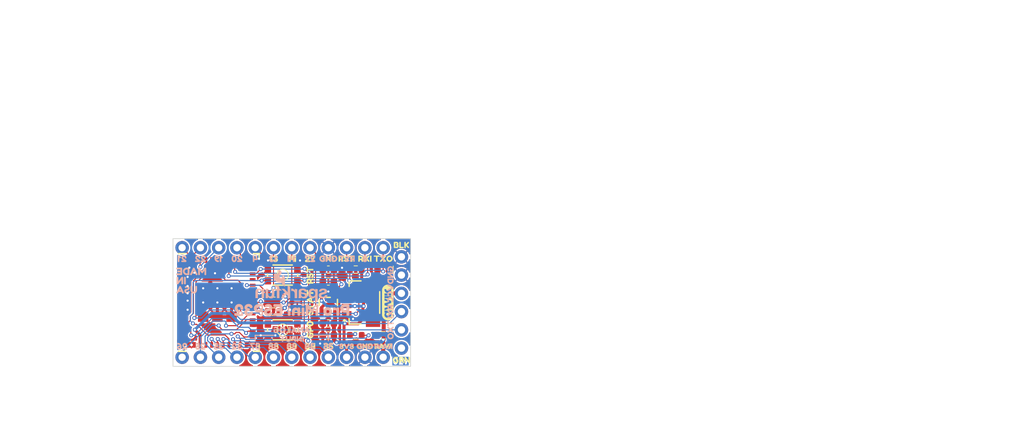
<source format=kicad_pcb>
(kicad_pcb (version 20221018) (generator pcbnew)
  (layers (0 "F.Cu" signal) (31 "B.Cu" signal) (34 "B.Paste" user) (35 "F.Paste" user) (36 "B.SilkS" user "B.Silkscreen") (37 "F.SilkS" user "F.Silkscreen") (38 "B.Mask" user) (39 "F.Mask" user) (44 "Edge.Cuts" user))
  (net 0 "")
  (net 1 "+3.3V")
  (net 2 "GND")
  (net 3 "VCC")
  (net 7 "ESP_34A")
  (net 8 "~{RESET}")
  (net 9 "ESP_3{slash}RX")
  (net 10 "ESP_1{slash}TX")
  (net 11 "ESP_12")
  (net 12 "ESP_15")
  (net 13 "ESP_2")
  (net 14 "ESP_20")
  (net 15 "ESP_7")
  (net 16 "ESP_8")
  (net 17 "ESP_5")
  (net 18 "ESP_19")
  (net 19 "ESP_22")
  (net 20 "ESP_21")
  (net 21 "ESP_32A")
  (net 22 "ESP_33A")
  (net 23 "ESP_25A")
  (net 24 "ESP_26A")
  (net 25 "ESP_27A")
  (net 26 "ESP_14A")
  (net 27 "ESP_13A")
  (net 28 "ESP_4A")
  (net 29 "ESP_36A")
  (net 30 "ESP_37A")
  (net 31 "ESP_38A")
  (net 32 "ESP_39A")
  (net 33 "ESP_35A")
  (net 35 "ESP_0{slash}STAT")
  (net 36 "Net-(D1-A)")
  (net 37 "Net-(D2-A)")
  (footprint "kibuzzard-64DEDCED" (layer "F.Cu") (at 158.75 117.094)
    (fp_text reference "kibuzzard-64DEDCED" hide)
    (fp_text value "G***" hide)
  )
  (footprint "SparkFun-RF:ESP32-MINI" (layer "F.Cu") (at 135.71 123.19 90)
    (fp_text reference "U1")
    (fp_text value "ESP32-PICO-V3-02")
  )
  (footprint "kibuzzard-64DEDD08" (layer "F.Cu") (at 156.21 129.286)
    (fp_text reference "kibuzzard-64DEDD08" hide)
    (fp_text value "G***" hide)
  )
  (footprint "SparkFun-Capacitor:C_0603_1608Metric" (layer "F.Cu") (at 151.13 120.269)
    (fp_text reference "C5")
    (fp_text value "1.0uF")
  )
  (footprint "kibuzzard-64DEDCF2" (layer "F.Cu") (at 156.21 117.094)
    (fp_text reference "kibuzzard-64DEDCF2" hide)
    (fp_text value "G***" hide)
  )
  (footprint "kibuzzard-64DED70D" (layer "F.Cu") (at 148.59 129.286)
    (fp_text reference "kibuzzard-64DED70D" hide)
    (fp_text value "G***" hide)
  )
  (footprint "kibuzzard-64DAF158" (layer "F.Cu") (at 148.59 127 90)
    (fp_text reference "kibuzzard-64DAF158" hide)
    (fp_text value "G***" hide)
  )
  (footprint "SparkFun-Resistor:R_0603_1608Metric" (layer "F.Cu") (at 154.94 127.762 180)
    (fp_text reference "R2")
    (fp_text value "1k")
  )
  (footprint "SparkFun-Resistor:R_0603_1608Metric" (layer "F.Cu") (at 143.51 124.46 180)
    (fp_text reference "R3")
    (fp_text value "2.2k")
  )
  (footprint "SparkFun-LED:LED_0603_1608Metric" (layer "F.Cu") (at 146.812 123.19 90)
    (fp_text reference "D1")
    (fp_text value "Green")
  )
  (footprint "kibuzzard-64DAF507" (layer "F.Cu") (at 148.59 123.19 90)
    (fp_text reference "kibuzzard-64DAF507" hide)
    (fp_text value "G***" hide)
  )
  (footprint "kibuzzard-64DAF38C" (layer "F.Cu") (at 153.67 129.286)
    (fp_text reference "kibuzzard-64DAF38C" hide)
    (fp_text value "G***" hide)
  )
  (footprint "SparkFun-Semiconductor-Standard:SOT23-5" (layer "F.Cu") (at 151.13 123.19 90)
    (fp_text reference "U2")
    (fp_text value "AP2112K-3.3")
  )
  (footprint "kibuzzard-64DEDD0E" (layer "F.Cu") (at 158.75 129.286)
    (fp_text reference "kibuzzard-64DEDD0E" hide)
    (fp_text value "G***" hide)
  )
  (footprint "SparkFun-Aesthetic:Creative_Commons_License" (layer "F.Cu") (at 152.4 138.43)
    (fp_text reference "G2" hide)
    (fp_text value "OSHW_Logo" hide)
  )
  (footprint "kibuzzard-64DAF3F2" (layer "F.Cu") (at 146.05 117.094)
    (fp_text reference "kibuzzard-64DAF3F2" hide)
    (fp_text value "G***" hide)
  )
  (footprint "SparkFun-Capacitor:C_0603_1608Metric" (layer "F.Cu") (at 151.13 126.111 180)
    (fp_text reference "C1")
    (fp_text value "10uF")
  )
  (footprint "kibuzzard-64DED73C" (layer "F.Cu") (at 143.51 129.286)
    (fp_text reference "kibuzzard-64DED73C" hide)
    (fp_text value "G***" hide)
  )
  (footprint "SparkFun-Aesthetic:Ordering_Instructions" (layer "F.Cu") (at 184.2242 81.355)
    (fp_text reference "U3" hide)
    (fp_text value "~" hide)
  )
  (footprint "kibuzzard-64DEDB9E" (layer "F.Cu") (at 151.13 117.094)
    (fp_text reference "kibuzzard-64DEDB9E" hide)
    (fp_text value "G***" hide)
  )
  (footprint "SparkFun-Connector:1X06" (layer "F.Cu") (at 161.29 129.54 90)
    (fp_text reference "J1")
    (fp_text value "Conn_01x06")
  )
  (footprint "kibuzzard-64DAF417" (layer "F.Cu") (at 148.59 117.094)
    (fp_text reference "kibuzzard-64DAF417" hide)
    (fp_text value "G***" hide)
  )
  (footprint "SparkFun-Resistor:R_0603_1608Metric" (layer "F.Cu") (at 158.75 127.762)
    (fp_text reference "R5")
    (fp_text value "1k")
  )
  (footprint "SparkFun-Resistor:R_0603_1608Metric" (layer "F.Cu") (at 154.94 118.618 180)
    (fp_text reference "R1")
    (fp_text value "10k")
  )
  (footprint "SparkFun-Switch:Momentary_SMD_4.6x2.8mm" (layer "F.Cu") (at 144.78 127)
    (fp_text reference "SW2")
    (fp_text value "Boot")
  )
  (footprint "kibuzzard-64DAF167" (layer "F.Cu") (at 148.59 119.38 90)
    (fp_text reference "kibuzzard-64DAF167" hide)
    (fp_text value "G***" hide)
  )
  (footprint "SparkFun-Capacitor:C_0603_1608Metric" (layer "F.Cu") (at 151.13 118.618)
    (fp_text reference "C6")
    (fp_text value "10uF")
  )
  (footprint "kibuzzard-64DEDB97" (layer "F.Cu") (at 153.67 117.094)
    (fp_text reference "kibuzzard-64DEDB97" hide)
    (fp_text value "G***" hide)
  )
  (footprint "kibuzzard-64DED707" (layer "F.Cu") (at 151.13 129.286)
    (fp_text reference "kibuzzard-64DED707" hide)
    (fp_text value "G***" hide)
  )
  (footprint "SparkFun-Connector:JST04_1MM_RA" (layer "F.Cu") (at 153.67 123.19 90)
    (fp_text reference "J4")
    (fp_text value "Qwiic_RA")
  )
  (footprint "kibuzzard-64DED757" (layer "F.Cu") (at 161.29 131.191)
    (fp_text reference "kibuzzard-64DED757" hide)
    (fp_text value "G***" hide)
  )
  (footprint "SparkFun-Capacitor:C_0603_1608Metric" (layer "F.Cu") (at 151.13 127.762 180)
    (fp_text reference "C2")
    (fp_text value "1.0uF")
  )
  (footprint "kibuzzard-64DED75D" (layer "F.Cu") (at 161.29 115.189)
    (fp_text reference "kibuzzard-64DED75D" hide)
    (fp_text value "G***" hide)
  )
  (footprint "SparkFun-Switch:Momentary_SMD_4.6x2.8mm" (layer "F.Cu") (at 144.78 119.38 180)
    (fp_text reference "SW1")
    (fp_text value "Reset")
  )
  (footprint "SparkFun-Connector:1X12" (layer "F.Cu") (at 130.81 115.57)
    (fp_text reference "J3")
    (fp_text value "Conn_01x12")
  )
  (footprint "SparkFun-Aesthetic:qwiic_5mm" (layer "F.Cu") (at 159.385 123.19 90)
    (fp_text reference "G***" hide)
    (fp_text value "LOGO" hide)
  )
  (footprint "SparkFun-Resistor:R_0603_1608Metric" (layer "F.Cu") (at 143.51 121.92 180)
    (fp_text reference "R4")
    (fp_text value "2.2k")
  )
  (footprint "kibuzzard-64DED712" (layer "F.Cu") (at 146.05 129.286)
    (fp_text reference "kibuzzard-64DED712" hide)
    (fp_text value "G***" hide)
  )
  (footprint "SparkFun-LED:LED_0603_1608Metric" (layer "F.Cu") (at 158.75 118.618 180)
    (fp_text reference "D2")
    (fp_text value "Red")
  )
  (footprint "kibuzzard-64DED6B3" (layer "F.Cu") (at 143.51 117.094)
    (fp_text reference "kibuzzard-64DED6B3" hide)
    (fp_text value "G***" hide)
  )
  (footprint "kibuzzard-64DEDD67" (layer "B.Cu") (at 146.05 128.27 180)
    (fp_text reference "kibuzzard-64DEDD67" hide)
    (fp_text value "G***" hide)
  )
  (footprint "kibuzzard-64DEDB93" (layer "B.Cu") (at 153.67 117.094 180)
    (fp_text reference "kibuzzard-64DEDB93" hide)
    (fp_text value "G***" hide)
  )
  (footprint "kibuzzard-64DEDBDA" (layer "B.Cu") (at 158.75 129.286 180)
    (fp_text reference "kibuzzard-64DEDBDA" hide)
    (fp_text value "G***" hide)
  )
  (footprint "kibuzzard-64DED7E9" (layer "B.Cu") (at 140.97 117.094 180)
    (fp_text reference "kibuzzard-64DED7E9" hide)
    (fp_text value "G***" hide)
  )
  (footprint "kibuzzard-64DED7AA" (layer "B.Cu") (at 158.75 117.094 180)
    (fp_text reference "kibuzzard-64DED7AA" hide)
    (fp_text value "G***" hide)
  )
  (footprint "kibuzzard-64DED6E8" (layer "B.Cu") (at 146.05 129.286 180)
    (fp_text reference "kibuzzard-64DED6E8" hide)
    (fp_text value "G***" hide)
  )
  (footprint "kibuzzard-64DEDCF2" (layer "B.Cu") (at 159.766 124.46 -90)
    (fp_text reference "kibuzzard-64DEDCF2" hide)
    (fp_text value "G***" hide)
  )
  (footprint "kibuzzard-64DEDAB2" (layer "B.Cu") (at 132.08 118.872 180)
    (fp_text reference "kibuzzard-64DEDAB2" hide)
    (fp_text value "G***" hide)
  )
  (footprint "kibuzzard-64DEDD57" (layer "B.Cu") (at 159.766 121.92 -90)
    (fp_text reference "kibuzzard-64DEDD57" hide)
    (fp_text value "G***" hide)
  )
  (footprint "kibuzzard-64DAF417" (layer "B.Cu") (at 148.59 117.094 180)
    (fp_text reference "kibuzzard-64DAF417" hide)
    (fp_text value "G***" hide)
  )
  (footprint "kibuzzard-64DEDD54" (layer "B.Cu") (at 159.766 119.38 -90)
    (fp_text reference "kibuzzard-64DEDD54" hide)
    (fp_text value "G***" hide)
  )
  (footprint "kibuzzard-64DEDD6B" (layer "B.Cu") (at 146.05 127 180)
    (fp_text reference "kibuzzard-64DEDD6B" hide)
    (fp_text value "G***" hide)
  )
  (footprint "kibuzzard-64DED800" (layer "B.Cu") (at 133.35 117.094 180)
    (fp_text reference "kibuzzard-64DED800" hide)
    (fp_text value "G***" hide)
  )
  (footprint "kibuzzard-64DAF3F2" (layer "B.Cu") (at 146.05 117.094 180)
    (fp_text reference "kibuzzard-64DAF3F2" hide)
    (fp_text value "G***" hide)
  )
  (footprint "kibuzzard-64DED7FB" (layer "B.Cu") (at 135.89 117.094 180)
    (fp_text reference "kibuzzard-64DED7FB" hide)
    (fp_text value "G***" hide)
  )
  (footprint "kibuzzard-64DAF38C" (layer "B.Cu") (at 153.67 129.286 180)
    (fp_text reference "kibuzzard-64DAF38C" hide)
    (fp_text value "G***" hide)
  )
  (footprint "kibuzzard-64DED6BE" (layer "B.Cu") (at 130.81 129.286 180)
    (fp_text reference "kibuzzard-64DED6BE" hide)
    (fp_text value "G***" hide)
  )
  (footprint "kibuzzard-64DEDCED" (layer "B.Cu") (at 159.766 127 -90)
    (fp_text reference "kibuzzard-64DEDCED" hide)
    (fp_text value "G***" hide)
  )
  (footprint "SparkFun-Aesthetic:SparkFun_Logo_10mm" (layer "B.Cu") (at 146.05 121.92 180)
    (fp_text reference "G***" hide)
    (fp_text value "LOGO" hide)
  )
  (footprint "kibuzzard-64DED79E" (layer "B.Cu") (at 156.21 117.094 180)
    (fp_text reference "kibuzzard-64DED79E" hide)
    (fp_text value "G***" hide)
  )
  (footprint "kibuzzard-64DED7F5" (layer "B.Cu") (at 138.43 117.094 180)
    (fp_text reference "kibuzzard-64DED7F5" hide)
    (fp_text value "G***" hide)
  )
  (footprint "kibuzzard-64DEDA6E" (layer "B.Cu") (at 130.683 120.142 180)
    (fp_text reference "kibuzzard-64DEDA6E" hide)
    (fp_text value "G***" hide)
  )
  (footprint "kibuzzard-64DED6C8" (layer "B.Cu") (at 135.89 129.286 180)
    (fp_text reference "kibuzzard-64DED6C8" hide)
    (fp_text value "G***" hide)
  )
  (footprint "kibuzzard-64DED6CB" (layer "B.Cu") (at 138.43 129.286 180)
    (fp_text reference "kibuzzard-64DED6CB" hide)
    (fp_text value "G***" hide)
  )
  (footprint "kibuzzard-64DED6B3" (layer "B.Cu") (at 143.51 117.094 180)
    (fp_text reference "kibuzzard-64DED6B3" hide)
    (fp_text value "G***" hide)
  )
  (footprint "kibuzzard-64DED6FA" (layer "B.Cu") (at 151.13 129.286 180)
    (fp_text reference "kibuzzard-64DED6FA" hide)
    (fp_text value "G***" hide)
  )
  (footprint "kibuzzard-64DED6C3" (layer "B.Cu") (at 133.35 129.286 180)
    (fp_text reference "kibuzzard-64DED6C3" hide)
    (fp_text value "G***" hide)
  )
  (footprint "SparkFun-Connector:1X12" (layer "B.Cu") (at 130.81 130.81)
    (fp_text reference "J2")
    (fp_text value "Conn_01x12")
  )
  (footprint "kibuzzard-64DED6F2" (layer "B.Cu") (at 148.59 129.286 180)
    (fp_text reference "kibuzzard-64DED6F2" hide)
    (fp_text value "G***" hide)
  )
  (footprint "kibuzzard-64DEDA75" (layer "B.Cu") (at 131.445 121.412 180)
    (fp_text reference "kibuzzard-64DEDA75" hide)
    (fp_text value "G***" hide)
  )
  (footprint "kibuzzard-64DEDBD5" (layer "B.Cu") (at 156.21 129.286 180)
    (fp_text reference "kibuzzard-64DEDBD5" hide)
    (fp_text value "G***" hide)
  )
  (footprint "kibuzzard-64DED6DA" (layer "B.Cu") (at 140.97 129.286 180)
    (fp_text reference "kibuzzard-64DED6DA" hide)
    (fp_text value "G***" hide)
  )
  (footprint "kibuzzard-64DED804" (layer "B.Cu") (at 130.81 117.094 180)
    (fp_text reference "kibuzzard-64DED804" hide)
    (fp_text value "G***" hide)
  )
  (footprint "kibuzzard-64DED6E1" (layer "B.Cu") (at 143.51 129.286 180)
    (fp_text reference "kibuzzard-64DED6E1" hide)
    (fp_text value "G***" hide)
  )
  (footprint "kibuzzard-64DEDE5E" (layer "B.Cu") (at 146.05 124.206 180)
    (fp_text reference "kibuzzard-64DEDE5E" hide)
    (fp_text value "G***" hide)
  )
  (footprint "kibuzzard-64DEDB8E" (layer "B.Cu") (at 151.13 117.094 180)
    (fp_text reference "kibuzzard-64DEDB8E" hide)
    (fp_text value "G***" hide)
  )
  (gr_line (start 140.97 128.524) (end 140.97 127.762) (stroke (width 0.1524)) (layer "B.SilkS"))
  (gr_line (start 151.13 127.762) (end 148.59 127.762) (stroke (width 0.1524)) (layer "B.SilkS"))
  (gr_line (start 151.13 128.524) (end 151.13 127.762) (stroke (width 0.1524)) (layer "B.SilkS"))
  (gr_line (start 140.97 127.762) (end 143.51 127.762) (stroke (width 0.1524)) (layer "B.SilkS"))
  (gr_rect (start 129.54 114.3) (end 162.56 132.08) (stroke (width 0.1)) (fill none) (layer "Edge.Cuts"))
  (gr_text "v10" (at 161.14358 131.389225) (layer "B.Cu" knockout) (effects (font (size 0.8 0.8) (thickness 0.2) bold) (justify mirror)))
  (segment (start 155.9418 125.4902) (end 155.9418 123.7847) (width 0.4064) (layer "F.Cu") (net 1))
  (segment (start 133.31 129.09) (end 133.31 127.722) (width 0.4064) (layer "F.Cu") (net 1))
  (segment (start 155.2728 126.1592) (end 155.9418 125.4902) (width 0.4064) (layer "F.Cu") (net 1))
  (segment (start 150.355 120.269) (end 150.355 118.618) (width 0.4064) (layer "F.Cu") (net 1))
  (segment (start 155.765 118.618) (end 155.765 121.221) (width 0.4064) (layer "F.Cu") (net 1))
  (segment (start 154.805 123.69) (end 154.813 123.698) (width 0.4064) (layer "F.Cu") (net 1))
  (segment (start 153.416 126.1231) (end 153.4521 126.1592) (width 0.4064) (layer "F.Cu") (net 1))
  (segment (start 153.3118 126.2273) (end 153.416 126.1231) (width 0.4064) (layer "F.Cu") (net 1))
  (segment (start 133.31 127.722) (end 132.57606 126.98806) (width 0.4064) (layer "F.Cu") (net 1))
  (segment (start 150.18 122.936) (end 150.18 121.8899) (width 0.4064) (layer "F.Cu") (net 1))
  (segment (start 153.3118 128.6738) (end 153.3118 126.2273) (width 0.4064) (layer "F.Cu") (net 1))
  (segment (start 145.060198 123.959922) (end 144.56012 124.46) (width 0.1524) (layer "F.Cu") (net 1))
  (segment (start 150.18 120.444) (end 150.355 120.269) (width 0.4064) (layer "F.Cu") (net 1))
  (segment (start 150.18 121.8899) (end 150.18 120.444) (width 0.4064) (layer "F.Cu") (net 1))
  (segment (start 155.9418 123.7847) (end 156.0285 123.698) (width 0.4064) (layer "F.Cu") (net 1))
  (segment (start 153.67 123.69) (end 154.805 123.69) (width 0.4064) (layer "F.Cu") (net 1))
  (segment (start 144.737976 121.92) (end 144.335 121.92) (width 0.1524) (layer "F.Cu") (net 1))
  (segment (start 145.174012 122.356036) (end 144.737976 121.92) (width 0.1524) (layer "F.Cu") (net 1))
  (segment (start 156.0285 121.92) (end 156.0285 123.698) (width 0.4064) (layer "F.Cu") (net 1))
  (segment (start 156.0285 121.4845) (end 156.0285 121.92) (width 0.4064) (layer "F.Cu") (net 1))
  (segment (start 153.67 130.81) (end 153.67 129.032) (width 0.4064) (layer "F.Cu") (net 1))
  (segment (start 153.67 129.032) (end 153.3118 128.6738) (width 0.4064) (layer "F.Cu") (net 1))
  (segment (start 153.4521 126.1592) (end 155.2728 126.1592) (width 0.4064) (layer "F.Cu") (net 1))
  (segment (start 155.765 121.221) (end 156.0285 121.4845) (width 0.4064) (layer "F.Cu") (net 1))
  (segment (start 144.56012 124.46) (end 144.335 124.46) (width 0.1524) (layer "F.Cu") (net 1))
  (via (at 145.060198 123.959922) (size 0.6096) (drill 0.3048) (layers "F.Cu" "B.Cu") (net 1))
  (via (at 153.416 126.1231) (size 0.56) (drill 0.3) (layers "F.Cu" "B.Cu") (net 1))
  (via (at 145.174012 122.356036) (size 0.6096) (drill 0.3048) (layers "F.Cu" "B.Cu") (net 1))
  (via (at 132.57606 126.98806) (size 0.56) (drill 0.3) (layers "F.Cu" "B.Cu") (net 1))
  (via (at 154.813 123.698) (size 0.56) (drill 0.3) (layers "F.Cu" "B.Cu") (net 1))
  (via (at 150.18 122.936) (size 0.56) (drill 0.3) (layers "F.Cu" "B.Cu") (net 1))
  (via (at 156.0285 123.698) (size 0.56) (drill 0.3) (layers "F.Cu" "B.Cu") (net 1))
  (segment (start 145.060198 123.959922) (end 145.466898 123.553222) (width 0.1524) (layer "B.Cu") (net 1))
  (segment (start 150.18 122.936) (end 150.942 123.698) (width 0.4064) (layer "B.Cu") (net 1))
  (segment (start 132.57606 126.98806) (end 134.85012 124.714) (width 0.4064) (layer "B.Cu") (net 1))
  (segment (start 153.3149 126.022) (end 153.416 126.1231) (width 0.4064) (layer "B.Cu") (net 1))
  (segment (start 154.813 123.698) (end 156.0285 123.698) (width 0.4064) (layer "B.Cu") (net 1))
  (segment (start 134.85012 124.714) (end 137.414 124.714) (width 0.4064) (layer "B.Cu") (net 1))
  (segment (start 150.942 123.698) (end 154.813 123.698) (width 0.4064) (layer "B.Cu") (net 1))
  (segment (start 145.466898 122.648922) (end 145.466898 123.19) (width 0.1524) (layer "B.Cu") (net 1))
  (segment (start 149.8783 123.2377) (end 145.514598 123.2377) (width 0.1524) (layer "B.Cu") (net 1))
  (segment (start 145.174012 122.356036) (end 145.466898 122.648922) (width 0.1524) (layer "B.Cu") (net 1))
  (segment (start 150.18 122.936) (end 149.8783 123.2377) (width 0.1524) (layer "B.Cu") (net 1))
  (segment (start 138.722 126.022) (end 153.3149 126.022) (width 0.4064) (layer "B.Cu") (net 1))
  (segment (start 145.514598 123.2377) (end 145.466898 123.19) (width 0.1524) (layer "B.Cu") (net 1))
  (segment (start 145.466898 123.553222) (end 145.466898 123.19) (width 0.1524) (layer "B.Cu") (net 1))
  (segment (start 137.414 124.714) (end 138.722 126.022) (width 0.4064) (layer "B.Cu") (net 1))
  (segment (start 142.73 117.366) (end 142.748 117.348) (width 0.4064) (layer "F.Cu") (net 2))
  (segment (start 151.13 124.4901) (end 151.13 125.336) (width 0.4064) (layer "F.Cu") (net 2))
  (segment (start 141.332 117.24) (end 141.478 117.094) (width 0.4064) (layer "F.Cu") (net 2))
  (segment (start 150.355 128.537) (end 150.355 127.762) (width 0.4064) (layer "F.Cu") (net 2))
  (segment (start 141.376 126.39) (end 141.732 126.746) (width 0.4064) (layer "F.Cu") (net 2))
  (segment (start 140.66 117.24) (end 141.332 117.24) (width 0.4064) (layer "F.Cu") (net 2))
  (segment (start 142.73 118.58) (end 142.73 117.366) (width 0.4064) (layer "F.Cu") (net 2))
  (segment (start 135.71 125.165) (end 135.71 123.19) (width 0.4064) (layer "F.Cu") (net 2))
  (segment (start 141.732 128.778) (end 141.732 127.762) (width 0.4064) (layer "F.Cu") (net 2))
  (segment (start 140.66 129.14) (end 141.37 129.14) (width 0.4064) (layer "F.Cu") (net 2))
  (segment (start 137.685 125.165) (end 137.685 123.19) (width 0.4064) (layer "F.Cu") (net 2))
  (segment (start 140.61 126.39) (end 141.376 126.39) (width 0.4064) (layer "F.Cu") (net 2))
  (segment (start 133.735 125.165) (end 133.735 123.19) (width 0.4064) (layer "F.Cu") (net 2))
  (segment (start 133.735 125.165) (end 135.71 125.165) (width 0.4064) (layer "F.Cu") (net 2))
  (segment (start 141.732 126.746) (end 141.732 127.762) (width 0.4064) (layer "F.Cu") (net 2))
  (segment (start 135.71 125.165) (end 137.685 125.165) (width 0.4064) (layer "F.Cu") (net 2))
  (segment (start 140.61 129.09) (end 140.66 129.14) (width 0.4064) (layer "F.Cu") (net 2))
  (segment (start 149.987 128.905) (end 150.355 128.537) (width 0.4064) (layer "F.Cu") (net 2))
  (segment (start 151.13 125.336) (end 150.355 126.111) (width 0.4064) (layer "F.Cu") (net 2))
  (segment (start 150.355 126.111) (end 150.355 127.762) (width 0.4064) (layer "F.Cu") (net 2))
  (segment (start 139.71 129.09) (end 140.61 129.09) (width 0.4064) (layer "F.Cu") (net 2))
  (segment (start 141.37 129.14) (end 141.732 128.778) (width 0.4064) (layer "F.Cu") (net 2))
  (via (at 131.572 120.904) (size 0.56) (drill 0.3) (layers "F.Cu" "B.Cu") (net 2))
  (via (at 133.735 123.19) (size 0.56) (drill 0.3) (layers "F.Cu" "B.Cu") (net 2))
  (via (at 151.13 121.666) (size 0.56) (drill 0.3) (layers "F.Cu" "B.Cu") (net 2))
  (via (at 141.478 117.094) (size 0.6096) (drill 0.3048) (layers "F.Cu" "B.Cu") (net 2))
  (via (at 135.382 119.126) (size 0.56) (drill 0.3) (layers "F.Cu" "B.Cu") (net 2))
  (via (at 131.572 124.206) (size 0.56) (drill 0.3) (layers "F.Cu" "B.Cu") (net 2))
  (via (at 131.572 122.936) (size 0.56) (drill 0.3) (layers "F.Cu" "B.Cu") (net 2))
  (via (at 131.815899 118.347207) (size 0.56) (drill 0.3) (layers "F.Cu" "B.Cu") (net 2))
  (via (at 135.71 121.215) (size 0.56) (drill 0.3) (layers "F.Cu" "B.Cu") (net 2))
  (via (at 141.732 127.762) (size 0.56) (drill 0.3) (layers "F.Cu" "B.Cu") (net 2))
  (via (at 143.764 127.762) (size 0.56) (drill 0.3) (layers "F.Cu" "B.Cu") (net 2))
  (via (at 132.54203 119.055452) (size 0.56) (drill 0.3) (layers "F.Cu" "B.Cu") (net 2))
  (via (at 145.804006 124.208678) (size 0.56) (drill 0.3) (layers "F.Cu" "B.Cu") (net 2))
  (via (at 133.735 121.215) (size 0.56) (drill 0.3) (layers "F.Cu" "B.Cu") (net 2))
  (via (at 131.572 119.634) (size 0.56) (drill 0.3) (layers "F.Cu" "B.Cu") (net 2))
  (via (at 137.685 121.215) (size 0.56) (drill 0.3) (layers "F.Cu" "B.Cu") (net 2))
  (via (at 149.987 128.905) (size 0.56) (drill 0.3) (layers "F.Cu" "B.Cu") (net 2))
  (via (at 147.193 117.348) (size 0.56) (drill 0.3) (layers "F.Cu" "B.Cu") (net 2))
  (via (at 142.748 117.348) (size 0.56) (drill 0.3) (layers "F.Cu" "B.Cu") (net 2))
  (via (at 137.685 123.19) (size 0.56) (drill 0.3) (layers "F.Cu" "B.Cu") (net 2))
  (via (at 154.559 125.476) (size 0.56) (drill 0.3) (layers "F.Cu" "B.Cu") (net 2))
  (via (at 135.71 123.19) (size 0.56) (drill 0.3) (layers "F.Cu" "B.Cu") (net 2))
  (via (at 153.035 118.364) (size 0.56) (drill 0.3) (layers "F.Cu" "B.Cu") (net 2))
  (via (at 131.572 121.92) (size 0.56) (drill 0.3) (layers "F.Cu" "B.Cu") (net 2))
  (segment (start 152.08 123.7587) (end 152.08 124.4901) (width 0.4064) (layer "F.Cu") (net 3))
  (segment (start 151.905 126.111) (end 151.905 127.762) (width 0.5588) (layer "F.Cu") (net 3))
  (segment (start 150.462991 123.6192) (end 150.638191 123.444) (width 0.4064) (layer "F.Cu") (net 3))
  (segment (start 150.4468 123.6192) (end 150.462991 123.6192) (width 0.4064) (layer "F.Cu") (net 3))
  (segment (start 158.8244 122.6076) (end 159.512 121.92) (width 0.5588) (layer "F.Cu") (net 3))
  (segment (start 152.08 125.936) (end 152.08 124.4901) (width 0.5588) (layer "F.Cu") (net 3))
  (segment (start 150.18 124.4901) (end 150.18 123.886) (width 0.4064) (layer "F.Cu") (net 3))
  (segment (start 158.75 128.397) (end 158.8244 128.3226) (width 0.5588) (layer "F.Cu") (net 3))
  (segment (start 151.905 128.374) (end 151.905 127.762) (width 0.5588) (layer "F.Cu") (net 3))
  (segment (start 158.8244 128.3226) (end 158.8244 122.6076) (width 0.5588) (layer "F.Cu") (net 3))
  (segment (start 152.273 128.742) (end 151.905 128.374) (width 0.5588) (layer "F.Cu") (net 3))
  (segment (start 151.905 126.111) (end 152.08 125.936) (width 0.5588) (layer "F.Cu") (net 3))
  (segment (start 151.7653 123.444) (end 152.08 123.7587) (width 0.4064) (layer "F.Cu") (net 3))
  (segment (start 159.512 121.92) (end 161.29 121.92) (width 0.5588) (layer "F.Cu") (net 3))
  (segment (start 150.18 123.886) (end 150.4468 123.6192) (width 0.4064) (layer "F.Cu") (net 3))
  (segment (start 150.638191 123.444) (end 151.7653 123.444) (width 0.4064) (layer "F.Cu") (net 3))
  (segment (start 158.75 130.81) (end 158.75 128.397) (width 0.5588) (layer "F.Cu") (net 3))
  (via (at 152.273 128.742) (size 0.56) (drill 0.3) (layers "F.Cu" "B.Cu") (net 3))
  (via (at 158.75 128.397) (size 0.56) (drill 0.3) (layers "F.Cu" "B.Cu") (net 3))
  (segment (start 152.273 128.742) (end 158.405 128.742) (width 0.5588) (layer "B.Cu") (net 3))
  (segment (start 158.405 128.742) (end 158.75 128.397) (width 0.5588) (layer "B.Cu") (net 3))
  (segment (start 137.886931 128.307765) (end 138.11 128.530834) (width 0.1524) (layer "F.Cu") (net 7))
  (segment (start 138.11 128.530834) (end 138.11 129.09) (width 0.1524) (layer "F.Cu") (net 7))
  (via (at 137.886931 128.307765) (size 0.56) (drill 0.3) (layers "F.Cu" "B.Cu") (net 7))
  (segment (start 137.886931 128.307765) (end 138.103166 128.524) (width 0.1524) (layer "B.Cu") (net 7))
  (segment (start 146.4596 128.6796) (end 148.59 130.81) (width 0.1524) (layer "B.Cu") (net 7))
  (segment (start 138.103166 128.524) (end 139.358789 128.524) (width 0.1524) (layer "B.Cu") (net 7))
  (segment (start 139.514389 128.6796) (end 146.4596 128.6796) (width 0.1524) (layer "B.Cu") (net 7))
  (segment (start 139.358789 128.524) (end 139.514389 128.6796) (width 0.1524) (layer "B.Cu") (net 7))
  (segment (start 154.115 117.412) (end 154.115 118.618) (width 0.1524) (layer "F.Cu") (net 8))
  (segment (start 134.3178 127.7138) (end 132.842 126.238) (width 0.1524) (layer "F.Cu") (net 8))
  (segment (start 146.83 120.18) (end 147.79 120.18) (width 0.1524) (layer "F.Cu") (net 8))
  (segment (start 137.31 128.243331) (end 136.780469 127.7138) (width 0.1524) (layer "F.Cu") (net 8))
  (segment (start 154.115 120.078) (end 154.115 118.618) (width 0.1524) (layer "F.Cu") (net 8))
  (segment (start 142.692 120.142) (end 142.73 120.18) (width 0.1524) (layer "F.Cu") (net 8))
  (segment (start 153.67 116.967) (end 154.115 117.412) (width 0.1524) (layer "F.Cu") (net 8))
  (segment (start 136.780469 127.7138) (end 134.3178 127.7138) (width 0.1524) (layer "F.Cu") (net 8))
  (segment (start 141.859 120.142) (end 142.692 120.142) (width 0.1524) (layer "F.Cu") (net 8))
  (segment (start 153.67 115.57) (end 153.67 116.967) (width 0.1524) (layer "F.Cu") (net 8))
  (segment (start 154.051 120.142) (end 154.115 120.078) (width 0.1524) (layer "F.Cu") (net 8))
  (segment (start 132.842 126.238) (end 132.588 126.238) (width 0.1524) (layer "F.Cu") (net 8))
  (segment (start 147.79 120.18) (end 147.828 120.142) (width 0.1524) (layer "F.Cu") (net 8))
  (segment (start 137.31 129.09) (end 137.31 128.243331) (width 0.1524) (layer "F.Cu") (net 8))
  (via (at 147.828 120.142) (size 0.56) (drill 0.3) (layers "F.Cu" "B.Cu") (net 8))
  (via (at 154.051 120.142) (size 0.56) (drill 0.3) (layers "F.Cu" "B.Cu") (net 8))
  (via (at 132.300982 126.106114) (size 0.56) (drill 0.3) (layers "F.Cu" "B.Cu") (net 8))
  (via (at 141.859 120.142) (size 0.56) (drill 0.3) (layers "F.Cu" "B.Cu") (net 8))
  (segment (start 147.828 120.142) (end 148.1106 119.8594) (width 0.1524) (layer "B.Cu") (net 8))
  (segment (start 132.588 120.142) (end 132.334 120.396) (width 0.1524) (layer "B.Cu") (net 8))
  (segment (start 147.574 119.888) (end 142.113 119.888) (width 0.1524) (layer "B.Cu") (net 8))
  (segment (start 147.828 120.142) (end 147.574 119.888) (width 0.1524) (layer "B.Cu") (net 8))
  (segment (start 141.859 120.142) (end 132.588 120.142) (width 0.1524) (layer "B.Cu") (net 8))
  (segment (start 131.949498 125.75463) (end 132.300982 126.106114) (width 0.1524) (layer "B.Cu") (net 8))
  (segment (start 148.1106 119.8594) (end 153.7684 119.8594) (width 0.1524) (layer "B.Cu") (net 8))
  (segment (start 132.334 124.734112) (end 131.949498 125.118614) (width 0.1524) (layer "B.Cu") (net 8))
  (segment (start 132.334 120.396) (end 132.334 124.734112) (width 0.1524) (layer "B.Cu") (net 8))
  (segment (start 153.7684 119.8594) (end 154.051 120.142) (width 0.1524) (layer "B.Cu") (net 8))
  (segment (start 131.949498 125.118614) (end 131.949498 125.75463) (width 0.1524) (layer "B.Cu") (net 8))
  (segment (start 142.113 119.888) (end 141.859 120.142) (width 0.1524) (layer "B.Cu") (net 8))
  (segment (start 133.096 120.142) (end 132.9138 120.142) (width 0.1524) (layer "F.Cu") (net 9))
  (segment (start 132.7338 125.120898) (end 132.505698 125.349) (width 0.1524) (layer "F.Cu") (net 9))
  (segment (start 132.9138 120.142) (end 132.7338 120.322) (width 0.1524) (layer "F.Cu") (net 9))
  (segment (start 132.7338 120.322) (end 132.7338 125.120898) (width 0.1524) (layer "F.Cu") (net 9))
  (segment (start 135.71 117.528) (end 133.096 120.142) (width 0.1524) (layer "F.Cu") (net 9))
  (segment (start 135.71 117.29) (end 135.71 117.528) (width 0.1524) (layer "F.Cu") (net 9))
  (via (at 132.505698 125.349) (size 0.56) (drill 0.3) (layers "F.Cu" "B.Cu") (net 9))
  (segment (start 159.639 126.111) (end 154.190486 126.111) (width 0.1524) (layer "B.Cu") (net 9))
  (segment (start 138.920574 125.5426) (end 137.612574 124.2346) (width 0.1524) (layer "B.Cu") (net 9))
  (segment (start 134.651546 124.2346) (end 133.537146 125.349) (width 0.1524) (layer "B.Cu") (net 9))
  (segment (start 133.537146 125.349) (end 132.334 125.349) (width 0.1524) (layer "B.Cu") (net 9))
  (segment (start 153.622086 125.5426) (end 138.920574 125.5426) (width 0.1524) (layer "B.Cu") (net 9))
  (segment (start 137.612574 124.2346) (end 134.651546 124.2346) (width 0.1524) (layer "B.Cu") (net 9))
  (segment (start 154.190486 126.111) (end 153.622086 125.5426) (width 0.1524) (layer "B.Cu") (net 9))
  (segment (start 161.29 124.46) (end 159.639 126.111) (width 0.1524) (layer "B.Cu") (net 9))
  (segment (start 132.3814 120.176032) (end 132.767832 119.7896) (width 0.1524) (layer "F.Cu") (net 10))
  (segment (start 132.01986 126.757674) (end 131.744782 126.482596) (width 0.1524) (layer "F.Cu") (net 10))
  (segment (start 132.9404 119.7896) (end 134.91 117.82) (width 0.1524) (layer "F.Cu") (net 10))
  (segment (start 131.744782 126.482596) (end 131.744782 125.875728) (width 0.1524) (layer "F.Cu") (net 10))
  (segment (start 132.08 127.762) (end 132.01986 127.70186) (width 0.1524) (layer "F.Cu") (net 10))
  (segment (start 134.91 117.82) (end 134.91 117.29) (width 0.1524) (layer "F.Cu") (net 10))
  (segment (start 131.949498 125.118614) (end 132.3814 124.686712) (width 0.1524) (layer "F.Cu") (net 10))
  (segment (start 131.744782 125.875728) (end 131.949498 125.671012) (width 0.1524) (layer "F.Cu") (net 10))
  (segment (start 131.949498 125.671012) (end 131.949498 125.118614) (width 0.1524) (layer "F.Cu") (net 10))
  (segment (start 132.3814 124.686712) (end 132.3814 120.176032) (width 0.1524) (layer "F.Cu") (net 10))
  (segment (start 132.767832 119.7896) (end 132.9404 119.7896) (width 0.1524) (layer "F.Cu") (net 10))
  (segment (start 132.01986 127.70186) (end 132.01986 126.757674) (width 0.1524) (layer "F.Cu") (net 10))
  (via (at 132.08 127.762) (size 0.56) (drill 0.3) (layers "F.Cu" "B.Cu") (net 10))
  (segment (start 140.404686 127) (end 161.29 127) (width 0.1524) (layer "B.Cu") (net 10))
  (segment (start 140.052286 126.6476) (end 140.404686 127) (width 0.1524) (layer "B.Cu") (net 10))
  (segment (start 138.669626 126.6476) (end 140.052286 126.6476) (width 0.1524) (layer "B.Cu") (net 10))
  (segment (start 134.9312 125.4188) (end 137.440826 125.4188) (width 0.1524) (layer "B.Cu") (net 10))
  (segment (start 137.440826 125.4188) (end 138.669626 126.6476) (width 0.1524) (layer "B.Cu") (net 10))
  (segment (start 132.08 127.762) (end 132.588 127.762) (width 0.1524) (layer "B.Cu") (net 10))
  (segment (start 132.588 127.762) (end 134.9312 125.4188) (width 0.1524) (layer "B.Cu") (net 10))
  (segment (start 141.555 120.79) (end 142.685 121.92) (width 0.1524) (layer "F.Cu") (net 12))
  (segment (start 152.916 122.69) (end 152.654 122.428) (width 0.1524) (layer "F.Cu") (net 12))
  (segment (start 153.67 122.69) (end 152.916 122.69) (width 0.1524) (layer "F.Cu") (net 12))
  (segment (start 152.654 120.944959) (end 152.943056 120.655903) (width 0.1524) (layer "F.Cu") (net 12))
  (segment (start 140.609282 120.789282) (end 140.61 120.79) (width 0.1524) (layer "F.Cu") (net 12))
  (segment (start 140.61 120.79) (end 141.555 120.79) (width 0.1524) (layer "F.Cu") (net 12))
  (segment (start 139.804462 120.789282) (end 140.609282 120.789282) (width 0.1524) (layer "F.Cu") (net 12))
  (segment (start 152.654 122.428) (end 152.654 120.944959) (width 0.1524) (layer "F.Cu") (net 12))
  (via (at 152.943056 120.655903) (size 0.56) (drill 0.3) (layers "F.Cu" "B.Cu") (net 12))
  (via (at 139.804462 120.789282) (size 0.56) (drill 0.3) (layers "F.Cu" "B.Cu") (net 12))
  (segment (start 147.1644 120.2404) (end 142.547186 120.2404) (width 0.1524) (layer "B.Cu") (net 12))
  (segment (start 147.2718 120.3478) (end 147.1644 120.2404) (width 0.1524) (layer "B.Cu") (net 12))
  (segment (start 148.544786 120.2118) (end 148.058386 120.6982) (width 0.1524) (layer "B.Cu") (net 12))
  (segment (start 141.998304 120.789282) (end 139.804462 120.789282) (width 0.1524) (layer "B.Cu") (net 12))
  (segment (start 142.547186 120.2404) (end 141.998304 120.789282) (width 0.1524) (layer "B.Cu") (net 12))
  (segment (start 147.597614 120.6982) (end 147.2718 120.372386) (width 0.1524) (layer "B.Cu") (net 12))
  (segment (start 152.7238 120.2118) (end 148.544786 120.2118) (width 0.1524) (layer "B.Cu") (net 12))
  (segment (start 153.162 120.65) (end 152.7238 120.2118) (width 0.1524) (layer "B.Cu") (net 12))
  (segment (start 148.058386 120.6982) (end 147.597614 120.6982) (width 0.1524) (layer "B.Cu") (net 12))
  (segment (start 147.2718 120.372386) (end 147.2718 120.3478) (width 0.1524) (layer "B.Cu") (net 12))
  (segment (start 138.91 117.29) (end 138.91 116.05) (width 0.1524) (layer "F.Cu") (net 14))
  (segment (start 138.91 116.05) (end 138.43 115.57) (width 0.1524) (layer "F.Cu") (net 14))
  (segment (start 158.75 115.57) (end 158.75 118.872) (width 0.1524) (layer "F.Cu") (net 15))
  (segment (start 138.176 118.9265) (end 138.11 118.8605) (width 0.1524) (layer "F.Cu") (net 15))
  (segment (start 138.11 118.8605) (end 138.11 117.29) (width 0.1524) (layer "F.Cu") (net 15))
  (via (at 158.75 118.872) (size 0.56) (drill 0.3) (layers "F.Cu" "B.Cu") (net 15))
  (via (at 138.176 118.9265) (size 0.56) (drill 0.3) (layers "F.Cu" "B.Cu") (net 15))
  (segment (start 156.350341 118.704698) (end 156.069519 118.98552) (width 0.1524) (layer "B.Cu") (net 15))
  (segment (start 158.582698 118.704698) (end 156.350341 118.704698) (width 0.1524) (layer "B.Cu") (net 15))
  (segment (start 155.929039 119.126) (end 155.067 119.126) (width 0.1524) (layer "B.Cu") (net 15))
  (segment (start 155.067 119.126) (end 138.3755 119.126) (width 0.1524) (layer "B.Cu") (net 15))
  (segment (start 156.069519 118.98552) (end 155.929039 119.126) (width 0.1524) (layer "B.Cu") (net 15))
  (segment (start 138.3755 119.126) (end 138.176 118.9265) (width 0.1524) (layer "B.Cu") (net 15))
  (segment (start 158.75 118.872) (end 158.582698 118.704698) (width 0.1524) (layer "B.Cu") (net 15))
  (segment (start 156.21 117.475) (end 156.21 115.57) (width 0.1524) (layer "F.Cu") (net 16))
  (segment (start 137.31 119.484) (end 137.287 119.507) (width 0.1524) (layer "F.Cu") (net 16))
  (segment (start 156.591 117.856) (end 156.21 117.475) (width 0.1524) (layer "F.Cu") (net 16))
  (segment (start 156.591 119.285698) (end 156.591 117.856) (width 0.1524) (layer "F.Cu") (net 16))
  (segment (start 137.31 117.29) (end 137.31 119.484) (width 0.1524) (layer "F.Cu") (net 16))
  (via (at 137.287 119.507) (size 0.56) (drill 0.3) (layers "F.Cu" "B.Cu") (net 16))
  (via (at 156.591 119.285698) (size 0.56) (drill 0.3) (layers "F.Cu" "B.Cu") (net 16))
  (segment (start 141.732 119.507) (end 156.369698 119.507) (width 0.1524) (layer "B.Cu") (net 16))
  (segment (start 137.287 119.507) (end 141.732 119.507) (width 0.1524) (layer "B.Cu") (net 16))
  (segment (start 156.369698 119.507) (end 156.591 119.285698) (width 0.1524) (layer "B.Cu") (net 16))
  (segment (start 154.642659 121.69) (end 153.67 121.69) (width 0.1524) (layer "F.Cu") (net 17))
  (segment (start 155.3692 122.416541) (end 154.642659 121.69) (width 0.1524) (layer "F.Cu") (net 17))
  (segment (start 141.732 124.6595) (end 141.9315 124.46) (width 0.1524) (layer "F.Cu") (net 17))
  (segment (start 141.9315 124.46) (end 142.685 124.46) (width 0.1524) (layer "F.Cu") (net 17))
  (segment (start 138.5604 120.088) (end 138.938 120.4656) (width 0.1524) (layer "F.Cu") (net 17))
  (segment (start 154.94 124.7685) (end 155.3692 124.3393) (width 0.1524) (layer "F.Cu") (net 17))
  (segment (start 138.938 120.4656) (end 138.938 124.664551) (width 0.1524) (layer "F.Cu") (net 17))
  (segment (start 136.51 117.29) (end 136.51 119.746) (width 0.1524) (layer "F.Cu") (net 17))
  (segment (start 138.938 124.664551) (end 138.914302 124.688249) (width 0.1524) (layer "F.Cu") (net 17))
  (segment (start 136.852 120.088) (end 138.5604 120.088) (width 0.1524) (layer "F.Cu") (net 17))
  (segment (start 155.3692 124.3393) (end 155.3692 122.416541) (width 0.1524) (layer "F.Cu") (net 17))
  (segment (start 136.51 119.746) (end 136.852 120.088) (width 0.1524) (layer "F.Cu") (net 17))
  (via (at 138.914302 124.688249) (size 0.56) (drill 0.3) (layers "F.Cu" "B.Cu") (net 17))
  (via (at 154.94 124.7685) (size 0.56) (drill 0.3) (layers "F.Cu" "B.Cu") (net 17))
  (via (at 141.732 124.6595) (size 0.56) (drill 0.3) (layers "F.Cu" "B.Cu") (net 17))
  (segment (start 142.2627 125.1902) (end 141.732 124.6595) (width 0.1524) (layer "B.Cu") (net 17))
  (segment (start 148.59 124.714) (end 148.1138 125.1902) (width 0.1524) (layer "B.Cu") (net 17))
  (segment (start 154.94 124.7685) (end 154.8855 124.714) (width 0.1524) (layer "B.Cu") (net 17))
  (segment (start 154.8855 124.714) (end 148.59 124.714) (width 0.1524) (layer "B.Cu") (net 17))
  (segment (start 138.943051 124.6595) (end 141.732 124.6595) (width 0.1524) (layer "B.Cu") (net 17))
  (segment (start 148.1138 125.1902) (end 142.2627 125.1902) (width 0.1524) (layer "B.Cu") (net 17))
  (segment (start 138.914302 124.688249) (end 138.943051 124.6595) (width 0.1524) (layer "B.Cu") (net 17))
  (segment (start 133.31 117.29) (end 133.31 118.197) (width 0.1524) (layer "F.Cu") (net 18))
  (segment (start 133.31 118.197) (end 133.35 118.237) (width 0.1524) (layer "F.Cu") (net 18))
  (via (at 133.35 118.237) (size 0.56) (drill 0.3) (layers "F.Cu" "B.Cu") (net 18))
  (segment (start 133.35 118.11) (end 133.35 118.237) (width 0.1524) (layer "B.Cu") (net 18))
  (segment (start 135.89 115.57) (end 133.35 118.11) (width 0.1524) (layer "B.Cu") (net 18))
  (segment (start 132.51 117.29) (end 132.51 116.41) (width 0.1524) (layer "F.Cu") (net 19))
  (segment (start 132.51 116.41) (end 133.35 115.57) (width 0.1524) (layer "F.Cu") (net 19))
  (segment (start 131.71 116.47) (end 130.81 115.57) (width 0.1524) (layer "F.Cu") (net 20))
  (segment (start 131.71 117.29) (end 131.71 116.47) (width 0.1524) (layer "F.Cu") (net 20))
  (segment (start 137.668 127.5557) (end 138.114345 127.5557) (width 0.1524) (layer "F.Cu") (net 21))
  (segment (start 138.114345 127.5557) (end 138.308348 127.361697) (width 0.1524) (layer "F.Cu") (net 21))
  (segment (start 138.76912 127.361697) (end 139.397423 127.99) (width 0.1524) (layer "F.Cu") (net 21))
  (segment (start 138.308348 127.361697) (end 138.76912 127.361697) (width 0.1524) (layer "F.Cu") (net 21))
  (segment (start 139.397423 127.99) (end 140.61 127.99) (width 0.1524) (layer "F.Cu") (net 21))
  (via (at 137.668 127.5557) (size 0.56) (drill 0.3) (layers "F.Cu" "B.Cu") (net 21))
  (segment (start 134.3538 128.0282) (end 134.3538 128.5118) (width 0.1524) (layer "B.Cu") (net 21))
  (segment (start 137.668 127.5557) (end 134.8263 127.5557) (width 0.1524) (layer "B.Cu") (net 21))
  (segment (start 138.107476 130.81) (end 138.43 130.81) (width 0.1524) (layer "B.Cu") (net 21))
  (segment (start 134.8263 127.5557) (end 134.3538 128.0282) (width 0.1524) (layer "B.Cu") (net 21))
  (segment (start 134.3538 128.5118) (end 135.389731 129.547731) (width 0.1524) (layer "B.Cu") (net 21))
  (segment (start 135.389731 129.547731) (end 136.845207 129.547731) (width 0.1524) (layer "B.Cu") (net 21))
  (segment (start 136.845207 129.547731) (end 138.107476 130.81) (width 0.1524) (layer "B.Cu") (net 21))
  (segment (start 139.9443 127.19) (end 140.61 127.19) (width 0.1524) (layer "F.Cu") (net 22))
  (segment (start 139.7 127.4343) (end 139.9443 127.19) (width 0.1524) (layer "F.Cu") (net 22))
  (via (at 139.7 127.4343) (size 0.56) (drill 0.3) (layers "F.Cu" "B.Cu") (net 22))
  (segment (start 134.883632 127) (end 134.0014 127.882232) (width 0.1524) (layer "B.Cu") (net 22))
  (segment (start 139.7 127.4343) (end 139.2657 127) (width 0.1524) (layer "B.Cu") (net 22))
  (segment (start 134.0014 127.882232) (end 134.0014 128.9214) (width 0.1524) (layer "B.Cu") (net 22))
  (segment (start 139.2657 127) (end 134.883632 127) (width 0.1524) (layer "B.Cu") (net 22))
  (segment (start 134.0014 128.9214) (end 135.89 130.81) (width 0.1524) (layer "B.Cu") (net 22))
  (segment (start 139.760768 125.59) (end 140.61 125.59) (width 0.1524) (layer "F.Cu") (net 23))
  (segment (start 135.89 126.492) (end 136.373302 126.975302) (width 0.1524) (layer "F.Cu") (net 23))
  (segment (start 136.373302 126.975302) (end 138.375466 126.975302) (width 0.1524) (layer "F.Cu") (net 23))
  (segment (start 138.375466 126.975302) (end 139.760768 125.59) (width 0.1524) (layer "F.Cu") (net 23))
  (segment (start 135.89 126.394302) (end 135.89 126.492) (width 0.1524) (layer "F.Cu") (net 23))
  (via (at 135.89 126.394302) (size 0.56) (drill 0.3) (layers "F.Cu" "B.Cu") (net 23))
  (segment (start 133.35 128.035262) (end 133.35 130.81) (width 0.1524) (layer "B.Cu") (net 23))
  (segment (start 135.89 126.394302) (end 134.99096 126.394302) (width 0.1524) (layer "B.Cu") (net 23))
  (segment (start 134.99096 126.394302) (end 133.35 128.035262) (width 0.1524) (layer "B.Cu") (net 23))
  (segment (start 138.432798 126.419602) (end 140.0624 124.79) (width 0.1524) (layer "F.Cu") (net 24))
  (segment (start 136.906 126.419602) (end 138.432798 126.419602) (width 0.1524) (layer "F.Cu") (net 24))
  (segment (start 140.0624 124.79) (end 140.61 124.79) (width 0.1524) (layer "F.Cu") (net 24))
  (via (at 136.906 126.419602) (size 0.56) (drill 0.3) (layers "F.Cu" "B.Cu") (net 24))
  (segment (start 130.81 130.076894) (end 130.81 130.81) (width 0.1524) (layer "B.Cu") (net 24))
  (segment (start 136.906 126.419602) (end 136.906 125.918104) (width 0.1524) (layer "B.Cu") (net 24))
  (segment (start 136.759096 125.7712) (end 135.115694 125.7712) (width 0.1524) (layer "B.Cu") (net 24))
  (segment (start 135.115694 125.7712) (end 130.81 130.076894) (width 0.1524) (layer "B.Cu") (net 24))
  (segment (start 136.906 125.918104) (end 136.759096 125.7712) (width 0.1524) (layer "B.Cu") (net 24))
  (segment (start 149.352 116.332) (end 148.59 115.57) (width 0.1524) (layer "F.Cu") (net 25))
  (segment (start 149.352 123.940785) (end 149.352 116.332) (width 0.1524) (layer "F.Cu") (net 25))
  (segment (start 141.578322 123.99) (end 140.61 123.99) (width 0.1524) (layer "F.Cu") (net 25))
  (segment (start 141.7178 123.850522) (end 141.578322 123.99) (width 0.1524) (layer "F.Cu") (net 25))
  (via (at 141.7178 123.850522) (size 0.56) (drill 0.3) (layers "F.Cu" "B.Cu") (net 25))
  (via (at 149.352 123.940785) (size 0.56) (drill 0.3) (layers "F.Cu" "B.Cu") (net 25))
  (segment (start 142.7448 124.8378) (end 141.9855 124.0785) (width 0.1524) (layer "B.Cu") (net 25))
  (segment (start 149.352 123.940785) (end 148.864847 123.940785) (width 0.1524) (layer "B.Cu") (net 25))
  (segment (start 141.945778 124.0785) (end 141.7178 123.850522) (width 0.1524) (layer "B.Cu") (net 25))
  (segment (start 141.9855 124.0785) (end 141.945778 124.0785) (width 0.1524) (layer "B.Cu") (net 25))
  (segment (start 147.967832 124.8378) (end 142.7448 124.8378) (width 0.1524) (layer "B.Cu") (net 25))
  (segment (start 148.864847 123.940785) (end 147.967832 124.8378) (width 0.1524) (layer "B.Cu") (net 25))
  (segment (start 141.739327 123.041706) (end 141.591033 123.19) (width 0.1524) (layer "F.Cu") (net 26))
  (segment (start 146.05 115.57) (end 146.05 122.301) (width 0.1524) (layer "F.Cu") (net 26))
  (segment (start 146.05 122.301) (end 145.161 123.19) (width 0.1524) (layer "F.Cu") (net 26))
  (segment (start 141.591033 123.19) (end 140.61 123.19) (width 0.1524) (layer "F.Cu") (net 26))
  (segment (start 145.161 123.19) (end 144.910698 123.19) (width 0.1524) (layer "F.Cu") (net 26))
  (via (at 144.910698 123.19) (size 0.56) (drill 0.3) (layers "F.Cu" "B.Cu") (net 26))
  (via (at 141.739327 123.041706) (size 0.56) (drill 0.3) (layers "F.Cu" "B.Cu") (net 26))
  (segment (start 144.910698 123.19) (end 141.887621 123.19) (width 0.1524) (layer "B.Cu") (net 26))
  (segment (start 141.887621 123.19) (end 141.739327 123.041706) (width 0.1524) (layer "B.Cu") (net 26))
  (segment (start 141.544024 121.599976) (end 140.619976 121.599976) (width 0.1524) (layer "F.Cu") (net 27))
  (segment (start 140.619976 121.599976) (end 140.61 121.59) (width 0.1524) (layer "F.Cu") (net 27))
  (segment (start 143.51 121.158) (end 143.51 115.57) (width 0.1524) (layer "F.Cu") (net 27))
  (via (at 143.51 121.158) (size 0.56) (drill 0.3) (layers "F.Cu" "B.Cu") (net 27))
  (via (at 141.544024 121.599976) (size 0.56) (drill 0.3) (layers "F.Cu" "B.Cu") (net 27))
  (segment (start 143.51 121.158) (end 143.068024 121.599976) (width 0.1524) (layer "B.Cu") (net 27))
  (segment (start 143.068024 121.599976) (end 141.544024 121.599976) (width 0.1524) (layer "B.Cu") (net 27))
  (segment (start 142.1918 117.6502) (end 142.1918 116.7918) (width 0.1524) (layer "F.Cu") (net 28))
  (segment (start 142.1918 116.7918) (end 140.97 115.57) (width 0.1524) (layer "F.Cu") (net 28))
  (segment (start 141.8527 117.9893) (end 142.1918 117.6502) (width 0.1524) (layer "F.Cu") (net 28))
  (segment (start 141.0107 117.9893) (end 141.8527 117.9893) (width 0.1524) (layer "F.Cu") (net 28))
  (segment (start 140.61 118.39) (end 141.0107 117.9893) (width 0.1524) (layer "F.Cu") (net 28))
  (segment (start 134.91 128.27) (end 134.91 129.09) (width 0.1524) (layer "F.Cu") (net 30))
  (via (at 134.91 128.27) (size 0.56) (drill 0.3) (layers "F.Cu" "B.Cu") (net 30))
  (segment (start 135.8186 129.1786) (end 136.974444 129.1786) (width 0.1524) (layer "B.Cu") (net 30))
  (segment (start 136.974444 129.1786) (end 137.389844 129.594) (width 0.1524) (layer "B.Cu") (net 30))
  (segment (start 140.149684 130.81) (end 140.97 130.81) (width 0.1524) (layer "B.Cu") (net 30))
  (segment (start 134.91 128.27) (end 135.8186 129.1786) (width 0.1524) (layer "B.Cu") (net 30))
  (segment (start 137.389844 129.594) (end 138.933684 129.594) (width 0.1524) (layer "B.Cu") (net 30))
  (segment (start 138.933684 129.594) (end 140.149684 130.81) (width 0.1524) (layer "B.Cu") (net 30))
  (segment (start 135.71 128.323) (end 135.71 129.09) (width 0.1524) (layer "F.Cu") (net 31))
  (segment (start 135.763 128.27) (end 135.71 128.323) (width 0.1524) (layer "F.Cu") (net 31))
  (via (at 135.763 128.27) (size 0.56) (drill 0.3) (layers "F.Cu" "B.Cu") (net 31))
  (segment (start 135.763 128.27) (end 136.3192 128.8262) (width 0.1524) (layer "B.Cu") (net 31))
  (segment (start 136.3192 128.8262) (end 137.120412 128.8262) (width 0.1524) (layer "B.Cu") (net 31))
  (segment (start 142.1416 129.4416) (end 143.51 130.81) (width 0.1524) (layer "B.Cu") (net 31))
  (segment (start 137.535812 129.2416) (end 139.079652 129.2416) (width 0.1524) (layer "B.Cu") (net 31))
  (segment (start 137.120412 128.8262) (end 137.535812 129.2416) (width 0.1524) (layer "B.Cu") (net 31))
  (segment (start 139.079652 129.2416) (end 139.279652 129.4416) (width 0.1524) (layer "B.Cu") (net 31))
  (segment (start 139.279652 129.4416) (end 142.1416 129.4416) (width 0.1524) (layer "B.Cu") (net 31))
  (segment (start 136.550083 128.27) (end 136.51 128.310083) (width 0.1524) (layer "F.Cu") (net 32))
  (segment (start 136.51 128.310083) (end 136.51 129.09) (width 0.1524) (layer "F.Cu") (net 32))
  (via (at 136.550083 128.27) (size 0.56) (drill 0.3) (layers "F.Cu" "B.Cu") (net 32))
  (segment (start 136.550083 128.27) (end 137.06258 128.27) (width 0.1524) (layer "B.Cu") (net 32))
  (segment (start 144.272 129.032) (end 146.05 130.81) (width 0.1524) (layer "B.Cu") (net 32))
  (segment (start 139.225621 128.8892) (end 139.368421 129.032) (width 0.1524) (layer "B.Cu") (net 32))
  (segment (start 137.06258 128.27) (end 137.68178 128.8892) (width 0.1524) (layer "B.Cu") (net 32))
  (segment (start 137.68178 128.8892) (end 139.225621 128.8892) (width 0.1524) (layer "B.Cu") (net 32))
  (segment (start 139.368421 129.032) (end 144.272 129.032) (width 0.1524) (layer "B.Cu") (net 32))
  (segment (start 138.91 128.289163) (end 138.91 129.09) (width 0.1524) (layer "F.Cu") (net 33))
  (segment (start 138.538734 127.917897) (end 138.91 128.289163) (width 0.1524) (layer "F.Cu") (net 33))
  (via (at 138.538734 127.917897) (size 0.56) (drill 0.3) (layers "F.Cu" "B.Cu") (net 33))
  (segment (start 138.792437 128.1716) (end 139.504758 128.1716) (width 0.1524) (layer "B.Cu") (net 33))
  (segment (start 149.914 129.594) (end 151.13 130.81) (width 0.1524) (layer "B.Cu") (net 33))
  (segment (start 147.246047 128.3272) (end 148.512847 129.594) (width 0.1524) (layer "B.Cu") (net 33))
  (segment (start 139.660358 128.3272) (end 147.246047 128.3272) (width 0.1524) (layer "B.Cu") (net 33))
  (segment (start 138.538734 127.917897) (end 138.792437 128.1716) (width 0.1524) (layer "B.Cu") (net 33))
  (segment (start 139.504758 128.1716) (end 139.660358 128.3272) (width 0.1524) (layer "B.Cu") (net 33))
  (segment (start 148.512847 129.594) (end 149.914 129.594) (width 0.1524) (layer "B.Cu") (net 33))
  (segment (start 148.3842 119.0472) (end 148.3842 128.4758) (width 0.1524) (layer "F.Cu") (net 35))
  (segment (start 144.78 127.762) (end 144.78 126.2) (width 0.1524) (layer "F.Cu") (net 35))
  (segment (start 148.3842 128.4758) (end 148.336 128.524) (width 0.1524) (layer "F.Cu") (net 35))
  (segment (start 147.828 118.491) (end 148.3842 119.0472) (width 0.1524) (layer "F.Cu") (net 35))
  (segment (start 146.83 126.2) (end 144.78 126.2) (width 0.1524) (layer "F.Cu") (net 35))
  (segment (start 141.0875 119.19) (end 141.732 118.5455) (width 0.1524) (layer "F.Cu") (net 35))
  (segment (start 155.765 127.762) (end 156.718 127.762) (width 0.1524) (layer "F.Cu") (net 35))
  (segment (start 144.78 126.2) (end 143.646574 126.2) (width 0.1524) (layer "F.Cu") (net 35))
  (segment (start 140.61 119.19) (end 141.0875 119.19) (width 0.1524) (layer "F.Cu") (net 35))
  (segment (start 143.646574 126.2) (end 142.73 126.2) (width 0.1524) (layer "F.Cu") (net 35))
  (via (at 147.828 118.491) (size 0.56) (drill 0.3) (layers "F.Cu" "B.Cu") (net 35))
  (via (at 144.78 127.762) (size 0.56) (drill 0.3) (layers "F.Cu" "B.Cu") (net 35))
  (via (at 156.718 127.762) (size 0.56) (drill 0.3) (layers "F.Cu" "B.Cu") (net 35))
  (via (at 141.732 118.5455) (size 0.56) (drill 0.3) (layers "F.Cu" "B.Cu") (net 35))
  (via (at 148.336 128.524) (size 0.56) (drill 0.3) (layers "F.Cu" "B.Cu") (net 35))
  (segment (start 147.228102 127.762) (end 144.78 127.762) (width 0.1524) (layer "B.Cu") (net 35))
  (segment (start 147.7735 118.5455) (end 147.828 118.491) (width 0.1524) (layer "B.Cu") (net 35))
  (segment (start 156.718 127.762) (end 156.3185 128.1615) (width 0.1524) (layer "B.Cu") (net 35))
  (segment (start 147.228102 127.810886) (end 147.228102 127.762) (width 0.1524) (layer "B.Cu") (net 35))
  (segment (start 156.3185 128.1615) (end 148.336 128.1615) (width 0.1524) (layer "B.Cu") (net 35))
  (segment (start 148.336 128.524) (end 148.336 128.1615) (width 0.1524) (layer "B.Cu") (net 35))
  (segment (start 141.732 118.5455) (end 147.7735 118.5455) (width 0.1524) (layer "B.Cu") (net 35))
  (segment (start 147.578716 128.1615) (end 147.228102 127.810886) (width 0.1524) (layer "B.Cu") (net 35))
  (segment (start 148.336 128.1615) (end 147.578716 128.1615) (width 0.1524) (layer "B.Cu") (net 35))
  (segment (start 154.8607 127.5805) (end 154.6792 127.762) (width 0.1524) (layer "F.Cu") (net 36))
  (segment (start 147.784302 127.5805) (end 147.784302 122.638302) (width 0.1524) (layer "F.Cu") (net 36))
  (segment (start 147.5485 122.4025) (end 146.812 122.4025) (width 0.1524) (layer "F.Cu") (net 36))
  (segment (start 147.784302 122.638302) (end 147.5485 122.4025) (width 0.1524) (layer "F.Cu") (net 36))
  (segment (start 154.6792 127.762) (end 154.115 127.762) (width 0.1524) (layer "F.Cu") (net 36))
  (via (at 147.784302 127.5805) (size 0.56) (drill 0.3) (layers "F.Cu" "B.Cu") (net 36))
  (via (at 154.8607 127.5805) (size 0.56) (drill 0.3) (layers "F.Cu" "B.Cu") (net 36))
  (segment (start 153.035 127.5805) (end 154.8607 127.5805) (width 0.1524) (layer "B.Cu") (net 36))
  (segment (start 153.035 127.5805) (end 147.784302 127.5805) (width 0.1524) (layer "B.Cu") (net 36))
  (zone (net 2) (net_name "GND") (layers "F&B.Cu") (connect_pads (clearance 0.2032)) (min_thickness 0.2032) (fill yes (thermal_gap 0.2032) (thermal_bridge_width 0.2032))
    (polygon (pts (xy 129.54 132.08) (xy 129.54 114.3) (xy 162.56 114.3) (xy 162.56 132.08)))
  )
)
</source>
